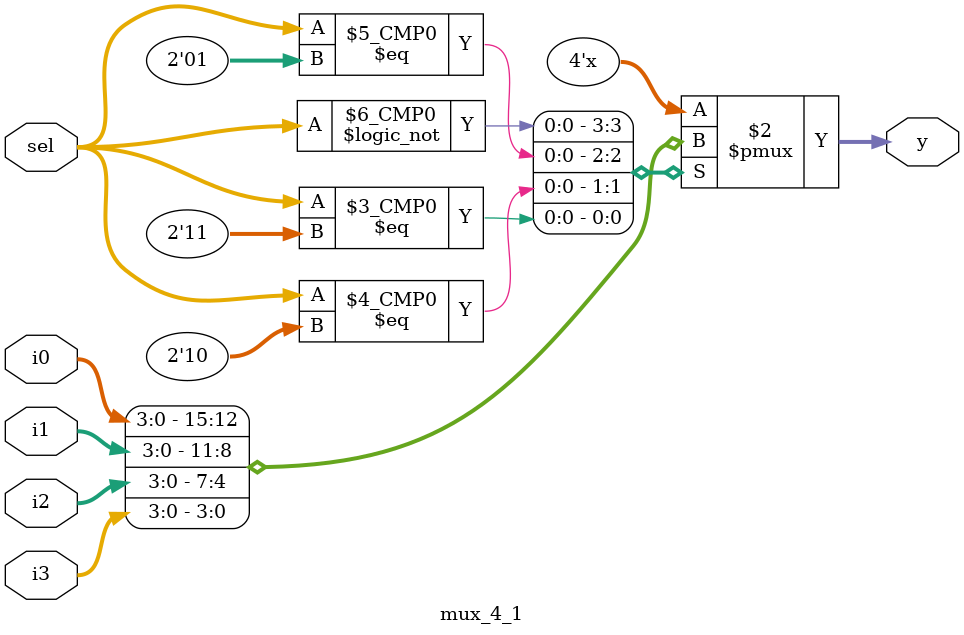
<source format=v>
module mux_4_1(
    input [1:0] sel,
    input [3:0]  i0,i1,i2,i3,
    output reg [3:0] y);

    always @(sel)
    begin
        case(sel)
            2'b00: y = i0;
            2'b01: y = i1;
            2'b10: y = i2;
            2'b11: y = i3;
            default: y = i0;
        endcase
    end
endmodule
</source>
